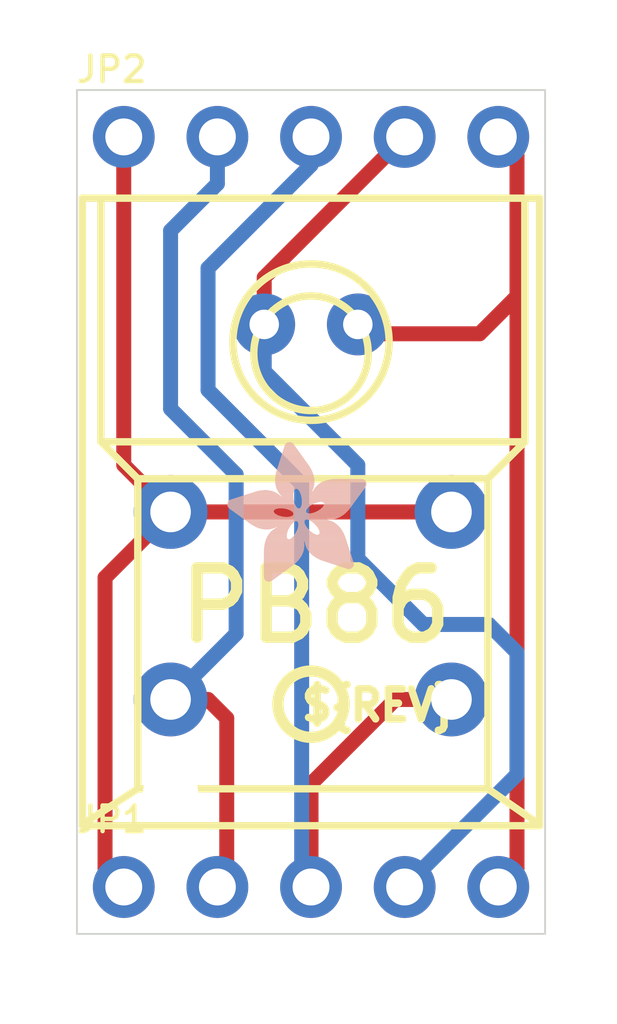
<source format=kicad_pcb>
(kicad_pcb (version 20221018) (generator pcbnew)
  (layers (0 "F.Cu" signal) (31 "B.Cu" signal) (34 "B.Paste" user) (35 "F.Paste" user) (36 "B.SilkS" user "B.Silkscreen") (37 "F.SilkS" user "F.Silkscreen") (38 "B.Mask" user) (39 "F.Mask" user) (44 "Edge.Cuts" user))
  (net 0 "")
  (net 1 "COM")
  (net 2 "NC")
  (net 3 "NO")
  (net 4 "LEDC")
  (net 5 "LEDA")
  (footprint "working:1X05_ROUND" (layer "F.Cu") (at 148.5011 115.1636)
    (fp_text reference "JP1" (at -6.4262 -1.8288) (layer "F.SilkS") (effects (font (size 0.692831 0.692831) (thickness 0.119969)) (justify left)))
    (fp_text value "")
    (pad "1" thru_hole circle (at -5.08 0 90) (size 1.6764 1.6764) (drill 1) (layers "*.Cu" "*.Mask") (net 1 "COM"))
    (pad "2" thru_hole circle (at -2.54 0 90) (size 1.6764 1.6764) (drill 1) (layers "*.Cu" "*.Mask") (net 3 "NO"))
    (pad "3" thru_hole circle (at 0 0 90) (size 1.6764 1.6764) (drill 1) (layers "*.Cu" "*.Mask") (net 2 "NC"))
    (pad "4" thru_hole circle (at 2.54 0 90) (size 1.6764 1.6764) (drill 1) (layers "*.Cu" "*.Mask") (net 5 "LEDA"))
    (pad "5" thru_hole circle (at 5.08 0 90) (size 1.6764 1.6764) (drill 1) (layers "*.Cu" "*.Mask") (net 4 "LEDC"))
  )
  (footprint "working:1X05_ROUND" (layer "F.Cu") (at 148.5011 94.8436)
    (fp_text reference "JP2" (at -6.4262 -1.8288) (layer "F.SilkS") (effects (font (size 0.692831 0.692831) (thickness 0.119969)) (justify left)))
    (fp_text value "")
    (pad "1" thru_hole circle (at -5.08 0 90) (size 1.6764 1.6764) (drill 1) (layers "*.Cu" "*.Mask") (net 1 "COM"))
    (pad "2" thru_hole circle (at -2.54 0 90) (size 1.6764 1.6764) (drill 1) (layers "*.Cu" "*.Mask") (net 3 "NO"))
    (pad "3" thru_hole circle (at 0 0 90) (size 1.6764 1.6764) (drill 1) (layers "*.Cu" "*.Mask") (net 2 "NC"))
    (pad "4" thru_hole circle (at 2.54 0 90) (size 1.6764 1.6764) (drill 1) (layers "*.Cu" "*.Mask") (net 5 "LEDA"))
    (pad "5" thru_hole circle (at 5.08 0 90) (size 1.6764 1.6764) (drill 1) (layers "*.Cu" "*.Mask") (net 4 "LEDC"))
  )
  (footprint "working:PLABEL9" (layer "F.Cu") (at 149.1361 114.7826)
    (fp_text reference "PLABEL9" hide)
    (fp_text value "" hide)
  )
  (footprint "working:PLABEL4" (layer "F.Cu") (at 152.5651 96.2406)
    (fp_text reference "PLABEL4" hide)
    (fp_text value "" hide)
  )
  (footprint "working:PLABEL6" (layer "F.Cu") (at 151.4221 114.6556)
    (fp_text reference "PLABEL6" hide)
    (fp_text value "" hide)
  )
  (footprint "working:PLABEL0" (layer "F.Cu") (at 144.1831 96.2406)
    (fp_text reference "PLABEL0" hide)
    (fp_text value "" hide)
  )
  (footprint "working:PCBFEAT-REV-040" (layer "F.Cu") (at 148.5011 110.2106)
    (fp_text reference "U$1" hide)
    (fp_text value "" hide)
    (fp_text user "${REV}" (at -0.3556 0.508) (layer "F.SilkS") (effects (font (size 0.8128 0.8128) (thickness 0.2032)) (justify left bottom)))
  )
  (footprint "working:PLABEL8" (layer "F.Cu") (at 146.5961 114.7826)
    (fp_text reference "PLABEL8" hide)
    (fp_text value "" hide)
  )
  (footprint "working:PLABEL7" (layer "F.Cu") (at 144.1831 114.7826)
    (fp_text reference "PLABEL7" hide)
    (fp_text value "" hide)
  )
  (footprint "working:PLABEL2" (layer "F.Cu") (at 149.1361 96.2406)
    (fp_text reference "PLABEL2" hide)
    (fp_text value "" hide)
  )
  (footprint "working:PLABEL3" (layer "F.Cu") (at 151.4221 96.3676)
    (fp_text reference "PLABEL3" hide)
    (fp_text value "" hide)
  )
  (footprint "working:PLABEL1" (layer "F.Cu") (at 146.5961 96.2406)
    (fp_text reference "PLABEL1" hide)
    (fp_text value "" hide)
  )
  (footprint "working:PB86" (layer "F.Cu") (at 148.5011 105.0036)
    (fp_text reference "SW1" hide)
    (fp_text value "PB86_STEPSWITCH" hide)
    (pad "" np_thru_hole circle (at -3.81 7.625) (size 1.5 1.5) (drill 1.5) (layers "*.Cu" "*.Mask"))
    (pad "" np_thru_hole circle (at 3.81 -7.625) (size 1.3 1.3) (drill 1.3) (layers "*.Cu" "*.Mask"))
    (pad "1A" thru_hole circle (at -3.81 0) (size 2 2) (drill 1.1) (layers "*.Cu" "*.Mask") (net 1 "COM"))
    (pad "1B" thru_hole circle (at 3.81 0) (size 2 2) (drill 1.1) (layers "*.Cu" "*.Mask") (net 1 "COM"))
    (pad "2" thru_hole circle (at -3.81 5.08) (size 2 2) (drill 1.1) (layers "*.Cu" "*.Mask") (net 3 "NO"))
    (pad "3" thru_hole circle (at 3.81 5.08) (size 2 2) (drill 1.1) (layers "*.Cu" "*.Mask") (net 2 "NC"))
    (pad "LED+" thru_hole circle (at -1.27 -5.08) (size 1.6764 1.6764) (drill 0.8) (layers "*.Cu" "*.Mask") (net 5 "LEDA"))
    (pad "LED-" thru_hole circle (at 1.27 -5.08) (size 1.6764 1.6764) (drill 0.8) (layers "*.Cu" "*.Mask") (net 4 "LEDC"))
  )
  (footprint "working:PLABEL5" (layer "F.Cu") (at 152.6921 114.5286)
    (fp_text reference "PLABEL5" hide)
    (fp_text value "" hide)
  )
  (footprint "working:PLABEL19" (layer "B.Cu") (at 148.5011 95.8596 90)
    (fp_text reference "PLABEL19" hide)
    (fp_text value "" hide)
  )
  (footprint "working:PLABEL18" (layer "B.Cu") (at 151.0411 95.8596 90)
    (fp_text reference "PLABEL18" hide)
    (fp_text value "" hide)
  )
  (footprint "working:PLABEL17" (layer "B.Cu") (at 153.5811 95.8596 90)
    (fp_text reference "PLABEL17" hide)
    (fp_text value "" hide)
  )
  (footprint "working:PLABEL15" (layer "B.Cu") (at 150.9141 114.1476 -90)
    (fp_text reference "PLABEL15" hide)
    (fp_text value "" hide)
  )
  (footprint "working:PLABEL16" (layer "B.Cu") (at 153.4541 114.0206 -90)
    (fp_text reference "PLABEL16" hide)
    (fp_text value "" hide)
  )
  (footprint "working:PLABEL11" (layer "B.Cu") (at 143.4211 95.8596 90)
    (fp_text reference "PLABEL11" hide)
    (fp_text value "" hide)
  )
  (footprint "working:ADAFRUIT_3.5MM" (layer "B.Cu") (at 150.0251 106.9086 180)
    (fp_text reference "U$32" hide)
    (fp_text value "" hide)
  )
  (footprint "working:PLABEL10" (layer "B.Cu") (at 143.0401 114.0206 -90)
    (fp_text reference "PLABEL10" hide)
    (fp_text value "" hide)
  )
  (footprint "working:PLABEL12" (layer "B.Cu") (at 146.4691 114.0206 -90)
    (fp_text reference "PLABEL12" hide)
    (fp_text value "" hide)
  )
  (footprint "working:PLABEL13" (layer "B.Cu") (at 145.7071 95.8596 90)
    (fp_text reference "PLABEL13" hide)
    (fp_text value "" hide)
  )
  (footprint "working:PLABEL14" (layer "B.Cu") (at 148.5011 114.1476 -90)
    (fp_text reference "PLABEL14" hide)
    (fp_text value "" hide)
  )
  (gr_line (start 142.1511 93.5736) (end 142.1511 116.4336) (stroke (width 0.05)) (layer "Edge.Cuts"))
  (gr_line (start 154.8511 93.5736) (end 142.1511 93.5736) (stroke (width 0.05)) (layer "Edge.Cuts"))
  (gr_line (start 142.1511 116.4336) (end 154.8511 116.4336) (stroke (width 0.05)) (layer "Edge.Cuts"))
  (gr_line (start 154.8511 116.4336) (end 154.8511 93.5736) (stroke (width 0.05)) (layer "Edge.Cuts"))
  (gr_text "PB86" (at 148.6281 107.5436) (layer "F.SilkS") (effects (font (size 1.878584 1.878584) (thickness 0.305816))))
  (segment (start 142.9131 114.6556) (end 142.9131 106.7816) (width 0.4064) (layer "F.Cu") (net 1))
  (segment (start 144.6911 105.0036) (end 152.3111 105.0036) (width 0.4064) (layer "F.Cu") (net 1))
  (segment (start 143.4211 94.8436) (end 143.4211 103.7336) (width 0.4064) (layer "F.Cu") (net 1))
  (segment (start 143.4211 103.7336) (end 144.6911 105.0036) (width 0.4064) (layer "F.Cu") (net 1))
  (segment (start 143.4211 115.1636) (end 142.9131 114.6556) (width 0.4064) (layer "F.Cu") (net 1))
  (segment (start 142.9131 106.7816) (end 144.6911 105.0036) (width 0.4064) (layer "F.Cu") (net 1))
  (segment (start 148.5011 115.1636) (end 148.5011 112.3696) (width 0.4064) (layer "F.Cu") (net 2))
  (segment (start 148.5011 112.3696) (end 150.7871 110.0836) (width 0.4064) (layer "F.Cu") (net 2))
  (segment (start 150.7871 110.0836) (end 152.3111 110.0836) (width 0.4064) (layer "F.Cu") (net 2))
  (segment (start 145.7071 101.7016) (end 148.2471 104.2416) (width 0.4064) (layer "B.Cu") (net 2))
  (segment (start 145.7071 98.3996) (end 145.7071 101.7016) (width 0.4064) (layer "B.Cu") (net 2))
  (segment (start 148.5011 95.6056) (end 145.7071 98.3996) (width 0.4064) (layer "B.Cu") (net 2))
  (segment (start 148.2471 114.9096) (end 148.5011 115.1636) (width 0.4064) (layer "B.Cu") (net 2))
  (segment (start 148.2471 104.2416) (end 148.2471 114.9096) (width 0.4064) (layer "B.Cu") (net 2))
  (segment (start 148.5011 94.8436) (end 148.5011 95.6056) (width 0.4064) (layer "B.Cu") (net 2))
  (segment (start 146.2151 110.5916) (end 146.2151 114.9096) (width 0.4064) (layer "F.Cu") (net 3))
  (segment (start 146.2151 114.9096) (end 145.9611 115.1636) (width 0.4064) (layer "F.Cu") (net 3))
  (segment (start 144.6911 110.0836) (end 145.7071 110.0836) (width 0.4064) (layer "F.Cu") (net 3))
  (segment (start 145.7071 110.0836) (end 146.2151 110.5916) (width 0.4064) (layer "F.Cu") (net 3))
  (segment (start 144.6911 102.2096) (end 146.4691 103.9876) (width 0.4064) (layer "B.Cu") (net 3))
  (segment (start 144.6911 97.3836) (end 144.6911 102.2096) (width 0.4064) (layer "B.Cu") (net 3))
  (segment (start 145.9611 94.8436) (end 145.9611 96.1136) (width 0.4064) (layer "B.Cu") (net 3))
  (segment (start 146.4691 103.9876) (end 146.4691 108.3056) (width 0.4064) (layer "B.Cu") (net 3))
  (segment (start 146.4691 108.3056) (end 144.6911 110.0836) (width 0.4064) (layer "B.Cu") (net 3))
  (segment (start 145.9611 96.1136) (end 144.6911 97.3836) (width 0.4064) (layer "B.Cu") (net 3))
  (segment (start 154.0891 114.6556) (end 153.5811 115.1636) (width 0.4064) (layer "F.Cu") (net 4))
  (segment (start 154.0891 95.3516) (end 154.0891 99.1616) (width 0.4064) (layer "F.Cu") (net 4))
  (segment (start 150.0251 100.1776) (end 149.7711 99.9236) (width 0.4064) (layer "F.Cu") (net 4))
  (segment (start 153.0731 100.1776) (end 150.0251 100.1776) (width 0.4064) (layer "F.Cu") (net 4))
  (segment (start 153.5811 94.8436) (end 154.0891 95.3516) (width 0.4064) (layer "F.Cu") (net 4))
  (segment (start 153.0731 100.1776) (end 154.0891 99.1616) (width 0.4064) (layer "F.Cu") (net 4))
  (segment (start 154.0891 99.1616) (end 154.0891 114.6556) (width 0.4064) (layer "F.Cu") (net 4))
  (segment (start 147.2311 98.6536) (end 147.2311 99.9236) (width 0.4064) (layer "F.Cu") (net 5))
  (segment (start 151.0411 94.8436) (end 147.2311 98.6536) (width 0.4064) (layer "F.Cu") (net 5))
  (segment (start 149.7711 106.2736) (end 151.5491 108.0516) (width 0.4064) (layer "B.Cu") (net 5))
  (segment (start 151.5491 108.0516) (end 153.3271 108.0516) (width 0.4064) (layer "B.Cu") (net 5))
  (segment (start 154.0891 112.1156) (end 151.0411 115.1636) (width 0.4064) (layer "B.Cu") (net 5))
  (segment (start 147.2311 101.1936) (end 149.7711 103.7336) (width 0.4064) (layer "B.Cu") (net 5))
  (segment (start 153.3271 108.0516) (end 154.0891 108.8136) (width 0.4064) (layer "B.Cu") (net 5))
  (segment (start 154.0891 108.8136) (end 154.0891 112.1156) (width 0.4064) (layer "B.Cu") (net 5))
  (segment (start 147.2311 99.9236) (end 147.2311 101.1936) (width 0.4064) (layer "B.Cu") (net 5))
  (segment (start 149.7711 103.7336) (end 149.7711 106.2736) (width 0.4064) (layer "B.Cu") (net 5))
)
</source>
